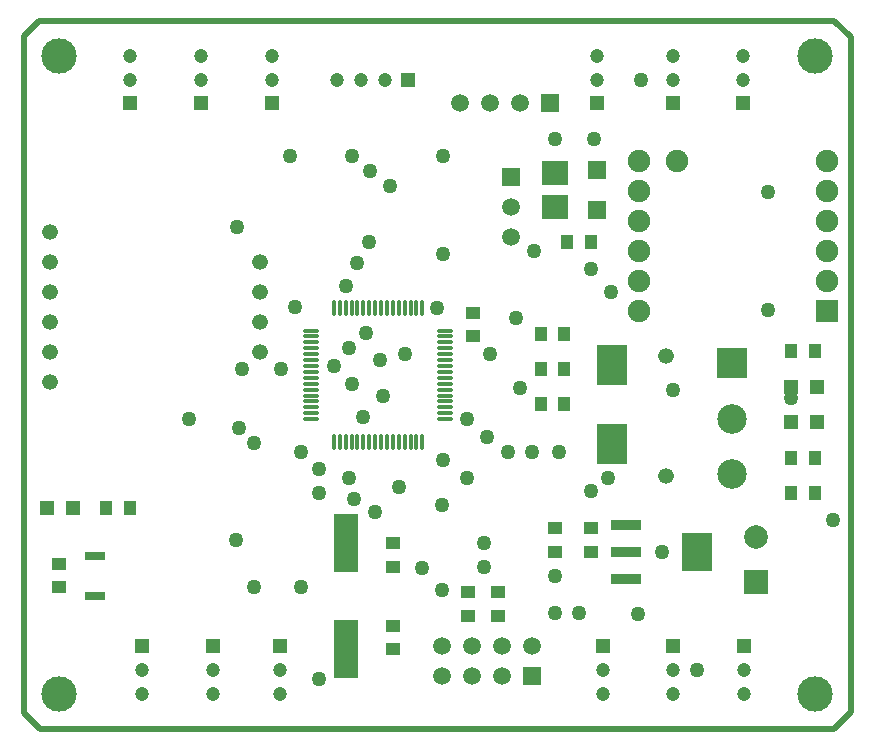
<source format=gts>
G04*
G04 #@! TF.GenerationSoftware,Altium Limited,Altium Designer,20.0.13 (296)*
G04*
G04 Layer_Color=8388736*
%FSLAX25Y25*%
%MOIN*%
G70*
G01*
G75*
%ADD19C,0.01968*%
%ADD20R,0.04724X0.05118*%
%ADD21R,0.05118X0.03937*%
%ADD22R,0.07874X0.19685*%
%ADD23R,0.03937X0.05118*%
%ADD24R,0.06693X0.03150*%
%ADD25R,0.10039X0.12992*%
%ADD26R,0.10039X0.03740*%
%ADD27R,0.10236X0.13780*%
%ADD28R,0.08858X0.08071*%
%ADD29R,0.06299X0.06299*%
%ADD30O,0.01181X0.05512*%
%ADD31O,0.05512X0.01181*%
%ADD32R,0.04724X0.04724*%
%ADD33C,0.04724*%
%ADD34C,0.05906*%
%ADD35R,0.05906X0.05906*%
%ADD36C,0.07500*%
%ADD37R,0.07500X0.07500*%
%ADD38R,0.04724X0.04724*%
%ADD39R,0.05906X0.05906*%
%ADD40C,0.05236*%
%ADD41C,0.07874*%
%ADD42R,0.07874X0.07874*%
%ADD43R,0.09843X0.09843*%
%ADD44C,0.09843*%
%ADD45C,0.11811*%
%ADD46C,0.05000*%
D19*
X472441Y202441D02*
Y427559D01*
X466850Y196850D02*
X472441Y202441D01*
X202150Y196850D02*
X466850D01*
X196850Y202150D02*
X202150Y196850D01*
X196850Y202150D02*
Y427850D01*
X202071Y433071D01*
X466929D01*
X472441Y427559D01*
D20*
X204724Y270669D02*
D03*
X213386D02*
D03*
X461417Y311024D02*
D03*
X452756D02*
D03*
X461417Y299213D02*
D03*
X452756D02*
D03*
D21*
X319882Y231299D02*
D03*
Y223425D02*
D03*
Y250984D02*
D03*
Y258858D02*
D03*
X346457Y327756D02*
D03*
Y335630D02*
D03*
X208661Y244094D02*
D03*
Y251969D02*
D03*
X385827Y263779D02*
D03*
Y255906D02*
D03*
X374016Y263779D02*
D03*
Y255906D02*
D03*
X354913Y242520D02*
D03*
Y234646D02*
D03*
X344882Y242520D02*
D03*
Y234646D02*
D03*
D22*
X304134Y223425D02*
D03*
Y258858D02*
D03*
D23*
X385827Y359252D02*
D03*
X377953D02*
D03*
X369094Y328740D02*
D03*
X376969D02*
D03*
Y316929D02*
D03*
X369094D02*
D03*
Y305118D02*
D03*
X376969D02*
D03*
X452756Y322835D02*
D03*
X460630D02*
D03*
X232283Y270669D02*
D03*
X224410D02*
D03*
X460630Y287402D02*
D03*
X452756D02*
D03*
X452756Y275590D02*
D03*
X460630D02*
D03*
D24*
X220472Y254724D02*
D03*
Y241339D02*
D03*
D25*
X421161Y255906D02*
D03*
D26*
X397736Y246850D02*
D03*
Y255906D02*
D03*
Y264961D02*
D03*
D27*
X393012Y291929D02*
D03*
Y318307D02*
D03*
D28*
X374016Y370965D02*
D03*
Y382185D02*
D03*
D29*
X387795Y383268D02*
D03*
Y369882D02*
D03*
D30*
X300197Y337402D02*
D03*
X302165D02*
D03*
X304134D02*
D03*
X306102D02*
D03*
X308071D02*
D03*
X310039D02*
D03*
X312008D02*
D03*
X313976D02*
D03*
X315945D02*
D03*
X317913D02*
D03*
X319882D02*
D03*
X321850D02*
D03*
X323819D02*
D03*
X325787D02*
D03*
X327756D02*
D03*
X329724D02*
D03*
Y292520D02*
D03*
X327756D02*
D03*
X325787D02*
D03*
X323819D02*
D03*
X321850D02*
D03*
X319882D02*
D03*
X317913D02*
D03*
X315945D02*
D03*
X313976D02*
D03*
X312008D02*
D03*
X310039D02*
D03*
X308071D02*
D03*
X306102D02*
D03*
X304134D02*
D03*
X302165D02*
D03*
X300197D02*
D03*
D31*
X337402Y329724D02*
D03*
Y327756D02*
D03*
Y325787D02*
D03*
Y323819D02*
D03*
Y321850D02*
D03*
Y319882D02*
D03*
Y317913D02*
D03*
Y315945D02*
D03*
Y313976D02*
D03*
Y312008D02*
D03*
Y310039D02*
D03*
Y308071D02*
D03*
Y306102D02*
D03*
Y304134D02*
D03*
Y302165D02*
D03*
Y300197D02*
D03*
X292520D02*
D03*
Y302165D02*
D03*
Y304134D02*
D03*
Y306102D02*
D03*
Y308071D02*
D03*
Y310039D02*
D03*
Y312008D02*
D03*
Y313976D02*
D03*
Y315945D02*
D03*
Y317913D02*
D03*
Y319882D02*
D03*
Y321850D02*
D03*
Y323819D02*
D03*
Y325787D02*
D03*
Y327756D02*
D03*
Y329724D02*
D03*
D32*
X325000Y413386D02*
D03*
D33*
X317126D02*
D03*
X301378D02*
D03*
X309252D02*
D03*
X389764Y216535D02*
D03*
Y208661D02*
D03*
X437008Y216535D02*
D03*
Y208661D02*
D03*
X413386Y216535D02*
D03*
Y208661D02*
D03*
X236221Y216535D02*
D03*
Y208661D02*
D03*
X259842Y216535D02*
D03*
Y208661D02*
D03*
X282331Y216535D02*
D03*
Y208661D02*
D03*
X436673Y413386D02*
D03*
Y421260D02*
D03*
X413386Y413386D02*
D03*
Y421260D02*
D03*
X387795Y413386D02*
D03*
Y421260D02*
D03*
X232283Y413386D02*
D03*
Y421260D02*
D03*
X255906Y413386D02*
D03*
Y421260D02*
D03*
X279528Y413386D02*
D03*
Y421260D02*
D03*
D34*
X336142Y224410D02*
D03*
Y214409D02*
D03*
X346142Y224410D02*
D03*
Y214409D02*
D03*
X356142Y224410D02*
D03*
Y214409D02*
D03*
X366142Y224410D02*
D03*
X359252Y360965D02*
D03*
Y370965D02*
D03*
X362362Y405512D02*
D03*
X352362D02*
D03*
X342362D02*
D03*
D35*
X366142Y214409D02*
D03*
X372362Y405512D02*
D03*
D36*
X464567Y376299D02*
D03*
Y366299D02*
D03*
Y346299D02*
D03*
Y356299D02*
D03*
Y386299D02*
D03*
X402067Y336299D02*
D03*
Y346299D02*
D03*
Y356299D02*
D03*
Y366299D02*
D03*
Y376299D02*
D03*
Y386299D02*
D03*
X414567D02*
D03*
D37*
X464567Y336299D02*
D03*
D38*
X389764Y224410D02*
D03*
X437008D02*
D03*
X413386D02*
D03*
X236221D02*
D03*
X259842D02*
D03*
X282331D02*
D03*
X436673Y405512D02*
D03*
X413386D02*
D03*
X387795D02*
D03*
X232283D02*
D03*
X255906D02*
D03*
X279528D02*
D03*
D39*
X359252Y380965D02*
D03*
D40*
X205591Y312520D02*
D03*
Y322520D02*
D03*
Y332520D02*
D03*
Y342520D02*
D03*
Y352520D02*
D03*
Y362520D02*
D03*
X275590Y352520D02*
D03*
Y342520D02*
D03*
Y332520D02*
D03*
Y322520D02*
D03*
X411024Y321260D02*
D03*
Y281102D02*
D03*
D41*
X440945Y261063D02*
D03*
D42*
Y246063D02*
D03*
D43*
X433071Y318898D02*
D03*
D44*
Y300394D02*
D03*
Y281890D02*
D03*
D45*
X208661Y208661D02*
D03*
X460630D02*
D03*
Y421260D02*
D03*
X208661D02*
D03*
D46*
X336614Y387795D02*
D03*
X306102Y312008D02*
D03*
X315510Y320000D02*
D03*
X316494Y308071D02*
D03*
X305118Y280512D02*
D03*
X309793Y301000D02*
D03*
X305118Y324000D02*
D03*
X311000Y329000D02*
D03*
X324000Y321850D02*
D03*
X409449Y255906D02*
D03*
X466535Y266732D02*
D03*
X374016Y248031D02*
D03*
X336142Y243110D02*
D03*
X321850Y277559D02*
D03*
X336142Y271654D02*
D03*
X350303Y258858D02*
D03*
Y250984D02*
D03*
X374016Y235728D02*
D03*
X413386Y310039D02*
D03*
X421260Y216535D02*
D03*
X452756Y307087D02*
D03*
X360819Y333996D02*
D03*
X375098Y289370D02*
D03*
X362205Y310531D02*
D03*
X366803Y356299D02*
D03*
X352362Y321850D02*
D03*
X366142Y289370D02*
D03*
X351378Y294200D02*
D03*
X358268Y289370D02*
D03*
X391732Y280512D02*
D03*
X344646D02*
D03*
X385827Y276287D02*
D03*
X295276Y213583D02*
D03*
X273622Y244094D02*
D03*
Y292322D02*
D03*
X267717Y259842D02*
D03*
X268701Y297244D02*
D03*
X289370Y244094D02*
D03*
Y289370D02*
D03*
X295276Y283465D02*
D03*
X307087Y273425D02*
D03*
X295276Y275590D02*
D03*
X314067Y269148D02*
D03*
X386811Y393701D02*
D03*
X374016D02*
D03*
X385827Y350394D02*
D03*
X392717Y342520D02*
D03*
X306102Y387795D02*
D03*
X285433D02*
D03*
X312099Y382965D02*
D03*
X318898Y377953D02*
D03*
X287402Y337598D02*
D03*
X282480Y316929D02*
D03*
X304224Y344488D02*
D03*
X312007Y359252D02*
D03*
X308071Y352362D02*
D03*
X336614Y355405D02*
D03*
X267865Y364110D02*
D03*
X269685Y316929D02*
D03*
X300197Y317913D02*
D03*
X251969Y300197D02*
D03*
X329724Y250492D02*
D03*
X381890Y235728D02*
D03*
X401575Y235236D02*
D03*
X334646Y337402D02*
D03*
X402559Y413386D02*
D03*
X444882Y375984D02*
D03*
Y336614D02*
D03*
X336614Y286417D02*
D03*
X344488Y300197D02*
D03*
M02*

</source>
